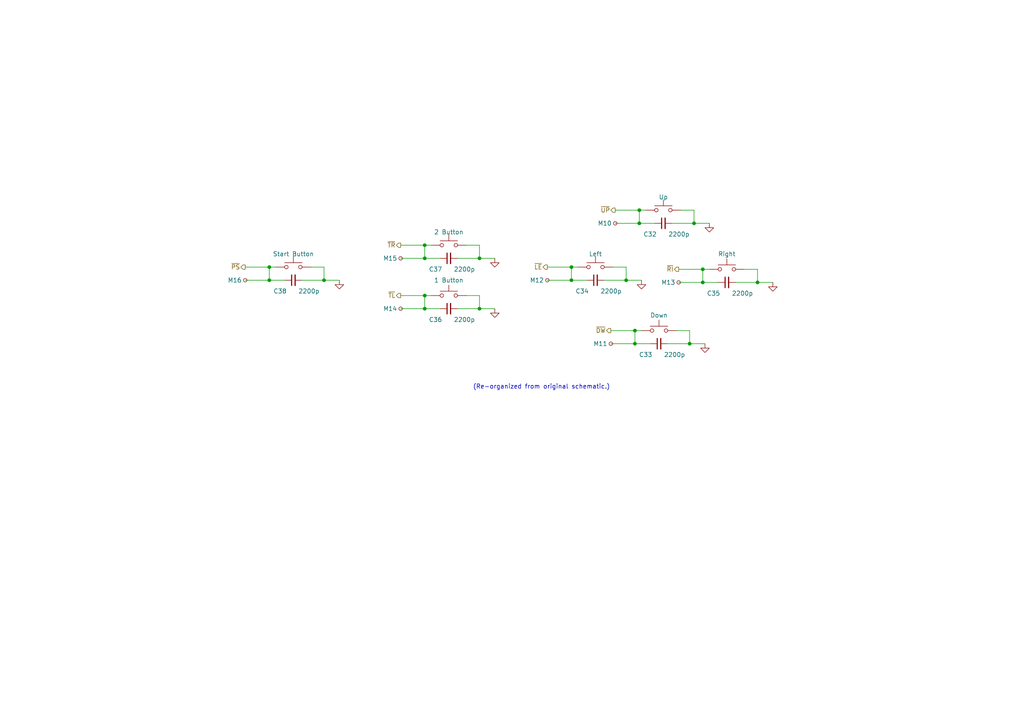
<source format=kicad_sch>
(kicad_sch (version 20230121) (generator eeschema)
  (paper "A4")
  (title_block (title "Button Pads"))
  (lib_symbols
    (symbol "Connector:TestPoint_Small" (pin_numbers hide) (pin_names (offset 0.762) hide)
      (property "Reference" "TP" (at 0 3.81 0))
      (property "Value" "TestPoint_Small" (at 0 2.032 0))
      (symbol "TestPoint_Small_0_1"
        (circle (center 0 0) (radius 0.508))
      )
      (symbol "TestPoint_Small_1_1"
        (pin passive line (at 0 0 90) (length 0) (name "1") (number "1"))
      )
    )
    (symbol "Device:C_Small" (pin_numbers hide) (pin_names (offset 0.254) hide)
      (property "Reference" "C" (at 0.254 1.778 0))
      (property "Value" "C_Small" (at 0.254 -2.032 0))
      (symbol "C_Small_0_1"
        (polyline (pts (xy -1.524 -0.508) (xy 1.524 -0.508)) (stroke (width 0.3302)))
        (polyline (pts (xy -1.524 0.508) (xy 1.524 0.508)) (stroke (width 0.3048)))
      )
      (symbol "C_Small_1_1"
        (pin passive line (at 0 2.54 270) (length 2.032) (name "~") (number "1"))
        (pin passive line (at 0 -2.54 90) (length 2.032) (name "~") (number "2"))
      )
    )
    (symbol "Switch:SW_Push" (pin_numbers hide) (pin_names (offset 1.016) hide)
      (property "Reference" "SW" (at 1.27 2.54 0))
      (property "Value" "SW_Push" (at 0 -1.524 0))
      (symbol "SW_Push_0_1"
        (circle (center -2.032 0) (radius 0.508))
        (polyline (pts (xy 0 1.27) (xy 0 3.048)))
        (polyline (pts (xy 2.54 1.27) (xy -2.54 1.27)))
        (circle (center 2.032 0) (radius 0.508))
        (pin passive line (at -5.08 0 0) (length 2.54) (name "1") (number "1"))
        (pin passive line (at 5.08 0 180) (length 2.54) (name "2") (number "2"))
      )
    )
    (symbol "power:GND" (power) (pin_names (offset 0))
      (property "Value" "GND" (at 0 -3.81 0))
      (symbol "GND_0_1"
        (polyline (pts (xy 0 0) (xy 0 -1.27) (xy 1.27 -1.27) (xy 0 -2.54) (xy -1.27 -1.27) (xy 0 -1.27)))
      )
      (symbol "GND_1_1"
        (pin power_in line (at 0 0 270) (length 0) hide (name "GND") (number "1"))
      )
    )
  )
  (junction (at 184.15 95.885))
  (junction (at 219.71 81.915))
  (junction (at 185.42 60.96))
  (junction (at 123.19 74.93))
  (junction (at 139.065 89.535))
  (junction (at 181.61 81.28))
  (junction (at 93.98 81.28))
  (junction (at 123.19 71.12))
  (junction (at 165.735 77.47))
  (junction (at 78.105 77.47))
  (junction (at 165.735 81.28))
  (junction (at 123.19 85.725))
  (junction (at 203.835 81.915))
  (junction (at 139.065 74.93))
  (junction (at 185.42 64.77))
  (junction (at 201.295 64.77))
  (junction (at 184.15 99.695))
  (junction (at 203.835 78.105))
  (junction (at 78.105 81.28))
  (junction (at 200.025 99.695))
  (junction (at 123.19 89.535))
  (wire (pts (xy 87.63 81.28) (xy 93.98 81.28)))
  (wire (pts (xy 193.675 99.695) (xy 200.025 99.695)))
  (wire (pts (xy 177.165 99.695) (xy 184.15 99.695)))
  (wire (pts (xy 177.165 95.885) (xy 184.15 95.885)))
  (wire (pts (xy 178.435 60.96) (xy 185.42 60.96)))
  (wire (pts (xy 184.15 99.695) (xy 188.595 99.695)))
  (wire (pts (xy 219.71 78.105) (xy 215.9 78.105)))
  (wire (pts (xy 78.105 77.47) (xy 78.105 81.28)))
  (wire (pts (xy 175.26 81.28) (xy 181.61 81.28)))
  (wire (pts (xy 123.19 85.725) (xy 123.19 89.535)))
  (wire (pts (xy 201.295 60.96) (xy 197.485 60.96)))
  (wire (pts (xy 200.025 99.695) (xy 200.025 95.885)))
  (wire (pts (xy 165.735 77.47) (xy 167.64 77.47)))
  (wire (pts (xy 213.36 81.915) (xy 219.71 81.915)))
  (wire (pts (xy 196.85 78.105) (xy 203.835 78.105)))
  (wire (pts (xy 181.61 81.28) (xy 186.055 81.28)))
  (wire (pts (xy 123.19 89.535) (xy 127.635 89.535)))
  (wire (pts (xy 93.98 81.28) (xy 98.425 81.28)))
  (wire (pts (xy 116.205 89.535) (xy 123.19 89.535)))
  (wire (pts (xy 116.205 74.93) (xy 123.19 74.93)))
  (wire (pts (xy 200.025 95.885) (xy 196.215 95.885)))
  (wire (pts (xy 201.295 64.77) (xy 201.295 60.96)))
  (wire (pts (xy 203.835 78.105) (xy 205.74 78.105)))
  (wire (pts (xy 116.205 71.12) (xy 123.19 71.12)))
  (wire (pts (xy 139.065 74.93) (xy 139.065 71.12)))
  (wire (pts (xy 139.065 85.725) (xy 135.255 85.725)))
  (wire (pts (xy 123.19 85.725) (xy 125.095 85.725)))
  (wire (pts (xy 139.065 89.535) (xy 143.51 89.535)))
  (wire (pts (xy 184.15 95.885) (xy 186.055 95.885)))
  (wire (pts (xy 203.835 81.915) (xy 208.28 81.915)))
  (wire (pts (xy 139.065 89.535) (xy 139.065 85.725)))
  (wire (pts (xy 93.98 81.28) (xy 93.98 77.47)))
  (wire (pts (xy 184.15 95.885) (xy 184.15 99.695)))
  (wire (pts (xy 132.715 74.93) (xy 139.065 74.93)))
  (wire (pts (xy 178.435 64.77) (xy 185.42 64.77)))
  (wire (pts (xy 78.105 77.47) (xy 80.01 77.47)))
  (wire (pts (xy 139.065 74.93) (xy 143.51 74.93)))
  (wire (pts (xy 165.735 77.47) (xy 165.735 81.28)))
  (wire (pts (xy 181.61 77.47) (xy 177.8 77.47)))
  (wire (pts (xy 71.12 81.28) (xy 78.105 81.28)))
  (wire (pts (xy 123.19 71.12) (xy 125.095 71.12)))
  (wire (pts (xy 123.19 74.93) (xy 127.635 74.93)))
  (wire (pts (xy 181.61 81.28) (xy 181.61 77.47)))
  (wire (pts (xy 158.75 81.28) (xy 165.735 81.28)))
  (wire (pts (xy 200.025 99.695) (xy 204.47 99.695)))
  (wire (pts (xy 71.12 77.47) (xy 78.105 77.47)))
  (wire (pts (xy 203.835 78.105) (xy 203.835 81.915)))
  (wire (pts (xy 139.065 71.12) (xy 135.255 71.12)))
  (wire (pts (xy 123.19 71.12) (xy 123.19 74.93)))
  (wire (pts (xy 185.42 64.77) (xy 189.865 64.77)))
  (wire (pts (xy 185.42 60.96) (xy 185.42 64.77)))
  (wire (pts (xy 219.71 81.915) (xy 219.71 78.105)))
  (wire (pts (xy 132.715 89.535) (xy 139.065 89.535)))
  (wire (pts (xy 116.205 85.725) (xy 123.19 85.725)))
  (wire (pts (xy 93.98 77.47) (xy 90.17 77.47)))
  (wire (pts (xy 165.735 81.28) (xy 170.18 81.28)))
  (wire (pts (xy 201.295 64.77) (xy 205.74 64.77)))
  (wire (pts (xy 158.75 77.47) (xy 165.735 77.47)))
  (wire (pts (xy 196.85 81.915) (xy 203.835 81.915)))
  (wire (pts (xy 78.105 81.28) (xy 82.55 81.28)))
  (wire (pts (xy 194.945 64.77) (xy 201.295 64.77)))
  (wire (pts (xy 219.71 81.915) (xy 224.155 81.915)))
  (wire (pts (xy 185.42 60.96) (xy 187.325 60.96)))
  (text "(Re-organized from original schematic.)" (at 137.16 113.03 0) (effects (font (size 1.27 1.27)) (justify left bottom)))
  (hierarchical_label "~{TL}" (shape output) (at 116.205 85.725 180))
  (hierarchical_label "~{TR}" (shape output) (at 116.205 71.12 180))
  (hierarchical_label "~{PS}" (shape output) (at 71.12 77.47 180))
  (hierarchical_label "~{UP}" (shape output) (at 178.435 60.96 180))
  (hierarchical_label "~{LE}" (shape output) (at 158.75 77.47 180))
  (hierarchical_label "~{RI}" (shape output) (at 196.85 78.105 180))
  (hierarchical_label "~{DW}" (shape output) (at 177.165 95.885 180))
  (symbol (lib_id "Connector:TestPoint_Small") (at 178.435 64.77 0) (unit 1)
    (property "Reference" "M10" (at 173.355 64.77 0) (effects (justify left)))
    (property "Value" "TestPoint_Small" (effects hide))
  )
  (symbol (lib_id "Connector:TestPoint_Small") (at 116.205 89.535 0) (unit 1)
    (property "Reference" "M14" (at 111.125 89.535 0) (effects (justify left)))
    (property "Value" "TestPoint_Small" (effects hide))
  )
  (symbol (lib_id "Device:C_Small") (at 192.405 64.77 90) (unit 1)
    (property "Reference" "C32" (at 190.5 67.945 90) (effects (justify left)))
    (property "Value" "2200p" (at 200.025 67.945 90) (effects (justify left)))
  )
  (symbol (lib_id "Device:C_Small") (at 130.175 74.93 90) (unit 1)
    (property "Reference" "C37" (at 128.27 78.105 90) (effects (justify left)))
    (property "Value" "2200p" (at 137.795 78.105 90) (effects (justify left)))
  )
  (symbol (lib_id "Switch:SW_Push") (at 172.72 77.47 0) (unit 1)
    (property "Reference" "M10" (effects hide))
    (property "Value" "Left" (at 172.72 73.66 0))
    (instances (project "Game Gear VA1" (path "" (reference "M10") (unit 1)) (path "" (reference "LEFT") (unit 1))))
  )
  (symbol (lib_id "Switch:SW_Push") (at 130.175 85.725 0) (unit 1)
    (property "Reference" "M10" (effects hide))
    (property "Value" "1 Button" (at 130.175 81.28 0))
    (instances (project "Game Gear VA1" (path "" (reference "M10") (unit 1)) (path "" (reference "BUTTON_1") (unit 1))))
  )
  (symbol (lib_id "Switch:SW_Push") (at 191.135 95.885 0) (unit 1)
    (property "Reference" "M10" (effects hide))
    (property "Value" "Down" (at 191.135 91.44 0))
    (instances (project "Game Gear VA1" (path "" (reference "M10") (unit 1)) (path "" (reference "DOWN") (unit 1))))
  )
  (symbol (lib_id "Device:C_Small") (at 85.09 81.28 90) (unit 1)
    (property "Reference" "C38" (at 83.185 84.455 90) (effects (justify left)))
    (property "Value" "2200p" (at 92.71 84.455 90) (effects (justify left)))
  )
  (symbol (lib_id "power:GND") (at 143.51 74.93 0) (unit 1)
    (property "Reference" "#PWR015" (effects hide))
    (property "Value" "GND" (effects hide))
  )
  (symbol (lib_id "Switch:SW_Push") (at 85.09 77.47 0) (unit 1)
    (property "Reference" "M10" (effects hide))
    (property "Value" "Start Button" (at 85.09 73.66 0))
    (instances (project "Game Gear VA1" (path "" (reference "M10") (unit 1)) (path "" (reference "START") (unit 1))))
  )
  (symbol (lib_id "Device:C_Small") (at 210.82 81.915 90) (unit 1)
    (property "Reference" "C35" (at 208.915 85.09 90) (effects (justify left)))
    (property "Value" "2200p" (at 218.44 85.09 90) (effects (justify left)))
  )
  (symbol (lib_id "Connector:TestPoint_Small") (at 177.165 99.695 0) (unit 1)
    (property "Reference" "M11" (at 172.085 99.695 0) (effects (justify left)))
    (property "Value" "TestPoint_Small" (effects hide))
  )
  (symbol (lib_id "power:GND") (at 98.425 81.28 0) (unit 1)
    (property "Reference" "#PWR014" (effects hide))
    (property "Value" "GND" (effects hide))
  )
  (symbol (lib_id "power:GND") (at 186.055 81.28 0) (unit 1)
    (property "Reference" "#PWR017" (effects hide))
    (property "Value" "GND" (effects hide))
  )
  (symbol (lib_id "Device:C_Small") (at 130.175 89.535 90) (unit 1)
    (property "Reference" "C36" (at 128.27 92.71 90) (effects (justify left)))
    (property "Value" "2200p" (at 137.795 92.71 90) (effects (justify left)))
  )
  (symbol (lib_id "Device:C_Small") (at 172.72 81.28 90) (unit 1)
    (property "Reference" "C34" (at 170.815 84.455 90) (effects (justify left)))
    (property "Value" "2200p" (at 180.34 84.455 90) (effects (justify left)))
  )
  (symbol (lib_id "Connector:TestPoint_Small") (at 158.75 81.28 0) (unit 1)
    (property "Reference" "M12" (at 153.67 81.28 0) (effects (justify left)))
    (property "Value" "TestPoint_Small" (effects hide))
  )
  (symbol (lib_id "Connector:TestPoint_Small") (at 71.12 81.28 0) (unit 1)
    (property "Reference" "M16" (at 66.04 81.28 0) (effects (justify left)))
    (property "Value" "TestPoint_Small" (effects hide))
  )
  (symbol (lib_id "Device:C_Small") (at 191.135 99.695 90) (unit 1)
    (property "Reference" "C33" (at 189.23 102.87 90) (effects (justify left)))
    (property "Value" "2200p" (at 198.755 102.87 90) (effects (justify left)))
  )
  (symbol (lib_id "Switch:SW_Push") (at 210.82 78.105 0) (unit 1)
    (property "Reference" "M10" (effects hide))
    (property "Value" "Right" (at 210.82 73.66 0))
    (instances (project "Game Gear VA1" (path "" (reference "M10") (unit 1)) (path "" (reference "RIGHT") (unit 1))))
  )
  (symbol (lib_id "Connector:TestPoint_Small") (at 196.85 81.915 0) (unit 1)
    (property "Reference" "M13" (at 191.77 81.915 0) (effects (justify left)))
    (property "Value" "TestPoint_Small" (effects hide))
  )
  (symbol (lib_id "Connector:TestPoint_Small") (at 116.205 74.93 0) (unit 1)
    (property "Reference" "M15" (at 111.125 74.93 0) (effects (justify left)))
    (property "Value" "TestPoint_Small" (effects hide))
  )
  (symbol (lib_id "power:GND") (at 224.155 81.915 0) (unit 1)
    (property "Reference" "#PWR019" (effects hide))
    (property "Value" "GND" (effects hide))
  )
  (symbol (lib_id "power:GND") (at 143.51 89.535 0) (unit 1)
    (property "Reference" "#PWR016" (effects hide))
    (property "Value" "GND" (effects hide))
  )
  (symbol (lib_id "Switch:SW_Push") (at 130.175 71.12 0) (unit 1)
    (property "Reference" "M10" (effects hide))
    (property "Value" "2 Button" (at 130.175 67.31 0))
    (instances (project "Game Gear VA1" (path "" (reference "M10") (unit 1)) (path "" (reference "BUTTON_2") (unit 1))))
  )
  (symbol (lib_id "Switch:SW_Push") (at 192.405 60.96 0) (unit 1)
    (property "Reference" "M10" (effects hide))
    (property "Value" "Up" (at 192.405 57.15 0))
    (instances (project "Game Gear VA1" (path "" (reference "M10") (unit 1)) (path "" (reference "Up") (unit 1))))
  )
  (symbol (lib_id "power:GND") (at 204.47 99.695 0) (unit 1)
    (property "Reference" "#PWR020" (effects hide))
    (property "Value" "GND" (effects hide))
  )
  (symbol (lib_id "power:GND") (at 205.74 64.77 0) (unit 1)
    (property "Reference" "#PWR018" (effects hide))
    (property "Value" "GND" (effects hide))
  )
)
</source>
